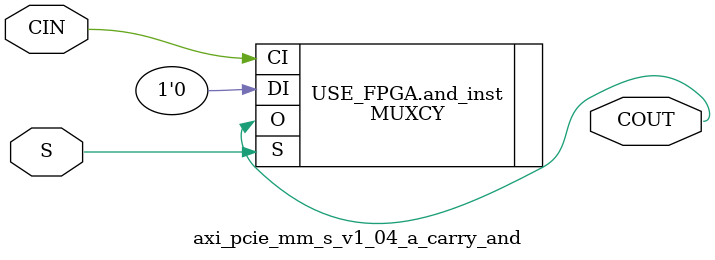
<source format=v>
`timescale 1ns/100ps


module axi_pcie_mm_s_v1_04_a_carry_and #
  (
   parameter         C_FAMILY                         = "virtex6"
                       // FPGA Family. Current version: virtex6 or spartan6.
   )
  (
   input  wire        CIN,
   input  wire        S,
   output wire        COUT
   );
  
  
  /////////////////////////////////////////////////////////////////////////////
  // Variables for generating parameter controlled instances.
  /////////////////////////////////////////////////////////////////////////////
  
  
  /////////////////////////////////////////////////////////////////////////////
  // Local params
  /////////////////////////////////////////////////////////////////////////////
  
  
  /////////////////////////////////////////////////////////////////////////////
  // Functions
  /////////////////////////////////////////////////////////////////////////////
  
  
  /////////////////////////////////////////////////////////////////////////////
  // Internal signals
  /////////////////////////////////////////////////////////////////////////////

  
  /////////////////////////////////////////////////////////////////////////////
  // Instantiate or use RTL code
  /////////////////////////////////////////////////////////////////////////////
  
  generate
    if ( C_FAMILY == "rtl" ) begin : USE_RTL
      assign COUT = CIN & S;
      
    end else begin : USE_FPGA
      MUXCY and_inst 
      (
       .O (COUT), 
       .CI (CIN), 
       .DI (1'b0), 
       .S (S)
      ); 
      
    end
  endgenerate
  
  
endmodule

</source>
